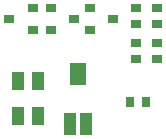
<source format=gbp>
G04 Layer_Color=128*
%FSLAX25Y25*%
%MOIN*%
G70*
G01*
G75*
%ADD10R,0.03150X0.03543*%
%ADD11R,0.03543X0.03150*%
%ADD21R,0.03543X0.03150*%
%ADD22R,0.03937X0.05905*%
%ADD23R,0.04331X0.07480*%
%ADD24R,0.05512X0.07480*%
D10*
X50788Y14961D02*
D03*
X45276D02*
D03*
D11*
X47244Y34646D02*
D03*
Y29134D02*
D03*
X54331D02*
D03*
Y34646D02*
D03*
X47244Y40945D02*
D03*
Y46457D02*
D03*
X54331D02*
D03*
Y40945D02*
D03*
D21*
X39764Y42716D02*
D03*
X31890Y46457D02*
D03*
Y38976D02*
D03*
X12992Y46457D02*
D03*
Y38977D02*
D03*
X5118Y42717D02*
D03*
X26772Y42716D02*
D03*
X18898Y46457D02*
D03*
Y38976D02*
D03*
D22*
X14567Y10236D02*
D03*
X7874D02*
D03*
Y22047D02*
D03*
X14567D02*
D03*
D23*
X30709Y7480D02*
D03*
X25197D02*
D03*
D24*
X27953Y24410D02*
D03*
M02*

</source>
